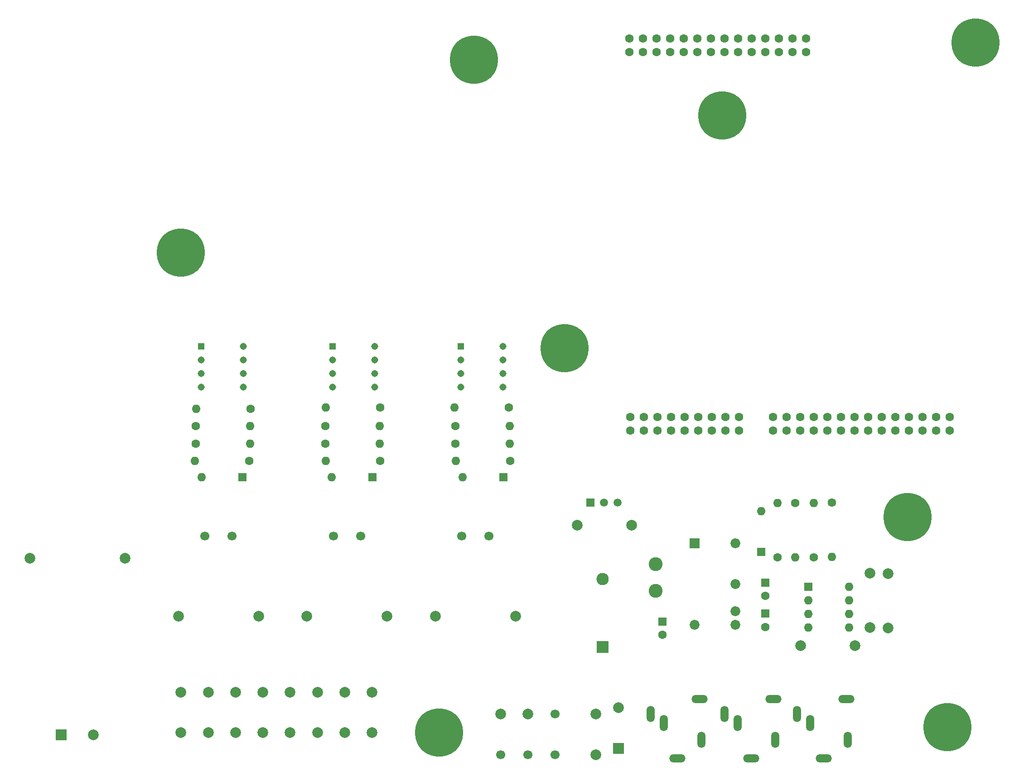
<source format=gts>
G04 #@! TF.GenerationSoftware,KiCad,Pcbnew,7.0.2*
G04 #@! TF.CreationDate,2023-07-28T18:03:51+01:00*
G04 #@! TF.ProjectId,ECS-Prototype,4543532d-5072-46f7-946f-747970652e6b,1.4*
G04 #@! TF.SameCoordinates,Original*
G04 #@! TF.FileFunction,Soldermask,Top*
G04 #@! TF.FilePolarity,Negative*
%FSLAX46Y46*%
G04 Gerber Fmt 4.6, Leading zero omitted, Abs format (unit mm)*
G04 Created by KiCad (PCBNEW 7.0.2) date 2023-07-28 18:03:51*
%MOMM*%
%LPD*%
G01*
G04 APERTURE LIST*
%ADD10C,9.000000*%
%ADD11C,2.000000*%
%ADD12O,3.016000X1.508000*%
%ADD13O,1.508000X3.016000*%
%ADD14R,2.000000X2.000000*%
%ADD15R,2.300000X2.300000*%
%ADD16O,2.300000X2.300000*%
%ADD17R,1.500000X1.500000*%
%ADD18C,1.500000*%
%ADD19C,1.600000*%
%ADD20O,1.600000X1.600000*%
%ADD21C,1.700000*%
%ADD22R,1.600000X1.600000*%
%ADD23C,2.600000*%
%ADD24R,1.308000X1.308000*%
%ADD25C,1.308000*%
%ADD26R,1.850000X1.850000*%
%ADD27C,1.850000*%
G04 APERTURE END LIST*
D10*
X161800000Y-100690000D03*
X216550000Y-64690000D03*
X305050000Y-189440000D03*
D11*
X197500000Y-182940000D03*
X197500000Y-190440000D03*
X192400000Y-182940000D03*
X192400000Y-190440000D03*
X187300000Y-182940000D03*
X187300000Y-190440000D03*
X182200000Y-182940000D03*
X182200000Y-190440000D03*
X177100000Y-182940000D03*
X177100000Y-190440000D03*
X172000000Y-182940000D03*
X172000000Y-190440000D03*
X166900000Y-182940000D03*
X166900000Y-190440000D03*
X161800000Y-182940000D03*
X161800000Y-190440000D03*
D12*
X254545000Y-195300000D03*
D13*
X259045000Y-191800000D03*
X249545000Y-187000000D03*
D12*
X258745000Y-184200000D03*
D13*
X252045000Y-188700000D03*
D12*
X268345000Y-195300000D03*
D13*
X272845000Y-191800000D03*
X263345000Y-187000000D03*
D12*
X272545000Y-184200000D03*
D13*
X265845000Y-188700000D03*
D12*
X281900000Y-195300000D03*
D13*
X286400000Y-191800000D03*
X276900000Y-187000000D03*
D12*
X286100000Y-184200000D03*
D13*
X279400000Y-188700000D03*
D14*
X243550000Y-193440000D03*
D11*
X243550000Y-185820000D03*
D15*
X240550000Y-174440000D03*
D16*
X240550000Y-161740000D03*
D17*
X238300000Y-147440000D03*
D18*
X240840000Y-147440000D03*
X243380000Y-147440000D03*
D19*
X283449999Y-147475001D03*
D20*
X283449999Y-157635001D03*
D19*
X280005000Y-157690000D03*
D20*
X280005000Y-147530000D03*
D11*
X246050000Y-151690000D03*
X235890000Y-151690000D03*
X293910000Y-170950000D03*
X293910000Y-160790000D03*
X290505000Y-160706000D03*
X290505000Y-170866000D03*
X287755000Y-174190000D03*
X277595000Y-174190000D03*
D19*
X276610000Y-147540000D03*
D20*
X276610000Y-157700000D03*
D19*
X273250000Y-157710000D03*
D20*
X273250000Y-147550000D03*
D11*
X161307000Y-168683000D03*
X176293000Y-168683000D03*
D21*
X166260000Y-153697000D03*
X171340000Y-153697000D03*
D11*
X209307000Y-168683000D03*
X224293000Y-168683000D03*
D21*
X214260000Y-153697000D03*
X219340000Y-153697000D03*
D11*
X185307000Y-168683000D03*
X200293000Y-168683000D03*
D21*
X190260000Y-153697000D03*
X195340000Y-153697000D03*
D10*
X297530000Y-150180000D03*
D22*
X279005000Y-163190000D03*
D20*
X279005000Y-165730000D03*
X279005000Y-168270000D03*
X279005000Y-170810000D03*
X286625000Y-170810000D03*
X286625000Y-168270000D03*
X286625000Y-165730000D03*
X286625000Y-163190000D03*
D22*
X270255000Y-156690000D03*
D20*
X270255000Y-149070000D03*
D23*
X250500000Y-158940000D03*
X250500000Y-163940000D03*
D22*
X271000000Y-168234888D03*
D19*
X271000000Y-170734888D03*
D22*
X251800000Y-169690000D03*
D19*
X251800000Y-172190000D03*
D22*
X271005000Y-162440000D03*
D19*
X271005000Y-164940000D03*
D22*
X197550000Y-142690000D03*
D20*
X189930000Y-142690000D03*
D19*
X188800000Y-133190000D03*
D20*
X198960000Y-133190000D03*
D22*
X222050000Y-142690000D03*
D20*
X214430000Y-142690000D03*
D19*
X223300000Y-139690000D03*
D20*
X213140000Y-139690000D03*
D19*
X213050000Y-136440000D03*
D20*
X223210000Y-136440000D03*
D19*
X213050000Y-133190000D03*
D20*
X223210000Y-133190000D03*
D19*
X174550000Y-139690000D03*
D20*
X164390000Y-139690000D03*
D19*
X199050000Y-129690000D03*
D20*
X188890000Y-129690000D03*
D19*
X164550000Y-136440000D03*
D20*
X174710000Y-136440000D03*
D19*
X199050000Y-139690000D03*
D20*
X188890000Y-139690000D03*
D19*
X223050000Y-129690000D03*
D20*
X212890000Y-129690000D03*
D19*
X188800000Y-136440000D03*
D20*
X198960000Y-136440000D03*
D19*
X174800000Y-129940000D03*
D20*
X164640000Y-129940000D03*
D19*
X164550000Y-133190000D03*
D20*
X174710000Y-133190000D03*
D22*
X173300000Y-142690000D03*
D20*
X165680000Y-142690000D03*
D24*
X214115000Y-118240000D03*
D25*
X214115000Y-120780000D03*
X214115000Y-123320000D03*
X214115000Y-125860000D03*
X221985000Y-125860000D03*
X221985000Y-123320000D03*
X221985000Y-120780000D03*
X221985000Y-118240000D03*
D24*
X190115000Y-118240000D03*
D25*
X190115000Y-120780000D03*
X190115000Y-123320000D03*
X190115000Y-125860000D03*
X197985000Y-125860000D03*
X197985000Y-123320000D03*
X197985000Y-120780000D03*
X197985000Y-118240000D03*
D24*
X165615000Y-118240000D03*
D25*
X165615000Y-120780000D03*
X165615000Y-123320000D03*
X165615000Y-125860000D03*
X173485000Y-125860000D03*
X173485000Y-123320000D03*
X173485000Y-120780000D03*
X173485000Y-118240000D03*
D11*
X239340000Y-194620000D03*
D21*
X231720000Y-194620000D03*
X226640000Y-194620000D03*
X221560000Y-194620000D03*
D11*
X221560000Y-187000000D03*
X226640000Y-187000000D03*
D21*
X231720000Y-187000000D03*
D11*
X239340000Y-187000000D03*
D26*
X257800000Y-155070000D03*
D27*
X257800000Y-170310000D03*
X265420000Y-155070000D03*
X265420000Y-162690000D03*
X265420000Y-167770000D03*
X265420000Y-170310000D03*
D10*
X210050000Y-190440000D03*
X310300000Y-61440000D03*
D14*
X139440000Y-190910000D03*
D11*
X145440000Y-190910000D03*
X133540000Y-157910000D03*
X151340000Y-157910000D03*
D10*
X233470000Y-118550000D03*
X262970000Y-75110000D03*
D19*
X305440000Y-134040000D03*
X302900000Y-134040000D03*
X300360000Y-134040000D03*
X297820000Y-134040000D03*
X295280000Y-134040000D03*
X292740000Y-134040000D03*
X290200000Y-134040000D03*
X287660000Y-134040000D03*
X285120000Y-134040000D03*
X282580000Y-134040000D03*
X280040000Y-134040000D03*
X277500000Y-134040000D03*
X274960000Y-134040000D03*
X272420000Y-134040000D03*
X305440000Y-131500000D03*
X302900000Y-131500000D03*
X300360000Y-131500000D03*
X297820000Y-131500000D03*
X295280000Y-131500000D03*
X292740000Y-131500000D03*
X290200000Y-131500000D03*
X287660000Y-131500000D03*
X285120000Y-131500000D03*
X282580000Y-131500000D03*
X280040000Y-131500000D03*
X277500000Y-131500000D03*
X274960000Y-131500000D03*
X272420000Y-131500000D03*
X266040000Y-134040000D03*
X263500000Y-134040000D03*
X260960000Y-134040000D03*
X258420000Y-134040000D03*
X255880000Y-134040000D03*
X253340000Y-134040000D03*
X250800000Y-134040000D03*
X248260000Y-134040000D03*
X245720000Y-134040000D03*
X266040000Y-131500000D03*
X263500000Y-131500000D03*
X260960000Y-131500000D03*
X258420000Y-131500000D03*
X255880000Y-131500000D03*
X253340000Y-131500000D03*
X250800000Y-131500000D03*
X248260000Y-131500000D03*
X245720000Y-131500000D03*
X278640000Y-63200000D03*
X276100000Y-63200000D03*
X273560000Y-63200000D03*
X271020000Y-63200000D03*
X268480000Y-63200000D03*
X265940000Y-63200000D03*
X263400000Y-63200000D03*
X260860000Y-63200000D03*
X258320000Y-63200000D03*
X255780000Y-63200000D03*
X253240000Y-63200000D03*
X250700000Y-63200000D03*
X248160000Y-63200000D03*
X245620000Y-63200000D03*
X278640000Y-60660000D03*
X276100000Y-60660000D03*
X273560000Y-60660000D03*
X271020000Y-60660000D03*
X268480000Y-60660000D03*
X265940000Y-60660000D03*
X263400000Y-60660000D03*
X260860000Y-60660000D03*
X258320000Y-60660000D03*
X255780000Y-60660000D03*
X253240000Y-60660000D03*
X250700000Y-60660000D03*
X248160000Y-60660000D03*
X245620000Y-60660000D03*
M02*

</source>
